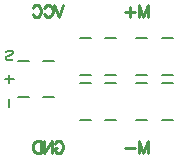
<source format=gbo>
G04*
G04 #@! TF.GenerationSoftware,Altium Limited,Altium Designer,21.8.1 (53)*
G04*
G04 Layer_Color=32896*
%FSLAX25Y25*%
%MOIN*%
G70*
G04*
G04 #@! TF.SameCoordinates,FA860FD0-AEA4-4FFE-92F8-4FAB6C871CC1*
G04*
G04*
G04 #@! TF.FilePolarity,Positive*
G04*
G01*
G75*
%ADD10C,0.00787*%
%ADD11C,0.00984*%
D10*
X63681Y13681D02*
X67323Y13681D01*
X55118D02*
X58760D01*
X55118Y1476D02*
X58760D01*
X63681Y1476D02*
X67323Y1476D01*
X36220Y-1476D02*
X39862Y-1476D01*
X44783Y-1476D02*
X48425Y-1476D01*
X44783Y-13681D02*
X48425Y-13681D01*
X36220D02*
X39862Y-13681D01*
X36220Y13681D02*
X39862Y13681D01*
X44783Y13681D02*
X48425D01*
X44783Y1476D02*
X48425D01*
X36220D02*
X39862Y1476D01*
X63681Y-13681D02*
X67323Y-13681D01*
X55118D02*
X58760Y-13681D01*
X55118Y-1476D02*
X58760D01*
X63681Y-1476D02*
X67323Y-1476D01*
X24114Y-6102D02*
X27756Y-6102D01*
X15551D02*
X19193D01*
X15551Y6102D02*
X19193D01*
X24114Y6102D02*
X27756Y6102D01*
X11746Y8999D02*
X12045Y9298D01*
X12495Y9448D01*
X13095D01*
X13545Y9298D01*
X13845Y8999D01*
Y8699D01*
X13695Y8399D01*
X13545Y8249D01*
X13245Y8099D01*
X12345Y7799D01*
X12045Y7649D01*
X11896Y7499D01*
X11746Y7199D01*
Y6749D01*
X12045Y6449D01*
X12495Y6300D01*
X13095D01*
X13545Y6449D01*
X13845Y6749D01*
X11446Y0D02*
X14145D01*
X12795Y-1350D02*
Y1350D01*
Y-9224D02*
Y-6525D01*
D11*
X58867Y24606D02*
Y20670D01*
Y24606D02*
X57367Y20670D01*
X55868Y24606D02*
X57367Y20670D01*
X55868Y24606D02*
Y20670D01*
X53056Y24044D02*
Y20670D01*
X54743Y22357D02*
X51369D01*
X58867Y-20670D02*
Y-24606D01*
Y-20670D02*
X57367Y-24606D01*
X55868Y-20670D02*
X57367Y-24606D01*
X55868Y-20670D02*
Y-24606D01*
X54743Y-22919D02*
X51369D01*
X27802Y-21607D02*
X27990Y-21232D01*
X28365Y-20857D01*
X28740Y-20670D01*
X29489D01*
X29864Y-20857D01*
X30239Y-21232D01*
X30426Y-21607D01*
X30614Y-22169D01*
Y-23106D01*
X30426Y-23669D01*
X30239Y-24044D01*
X29864Y-24418D01*
X29489Y-24606D01*
X28740D01*
X28365Y-24418D01*
X27990Y-24044D01*
X27802Y-23669D01*
Y-23106D01*
X28740D02*
X27802D01*
X26903Y-20670D02*
Y-24606D01*
Y-20670D02*
X24279Y-24606D01*
Y-20670D02*
Y-24606D01*
X23191Y-20670D02*
Y-24606D01*
Y-20670D02*
X21879D01*
X21317Y-20857D01*
X20942Y-21232D01*
X20755Y-21607D01*
X20567Y-22169D01*
Y-23106D01*
X20755Y-23669D01*
X20942Y-24044D01*
X21317Y-24418D01*
X21879Y-24606D01*
X23191D01*
X30708Y24606D02*
X29208Y20670D01*
X27709Y24606D02*
X29208Y20670D01*
X24391Y23669D02*
X24578Y24044D01*
X24953Y24419D01*
X25328Y24606D01*
X26078D01*
X26453Y24419D01*
X26828Y24044D01*
X27015Y23669D01*
X27202Y23106D01*
Y22169D01*
X27015Y21607D01*
X26828Y21232D01*
X26453Y20857D01*
X26078Y20670D01*
X25328D01*
X24953Y20857D01*
X24578Y21232D01*
X24391Y21607D01*
X20473Y23669D02*
X20661Y24044D01*
X21036Y24419D01*
X21411Y24606D01*
X22161D01*
X22535Y24419D01*
X22910Y24044D01*
X23098Y23669D01*
X23285Y23106D01*
Y22169D01*
X23098Y21607D01*
X22910Y21232D01*
X22535Y20857D01*
X22161Y20670D01*
X21411D01*
X21036Y20857D01*
X20661Y21232D01*
X20473Y21607D01*
M02*

</source>
